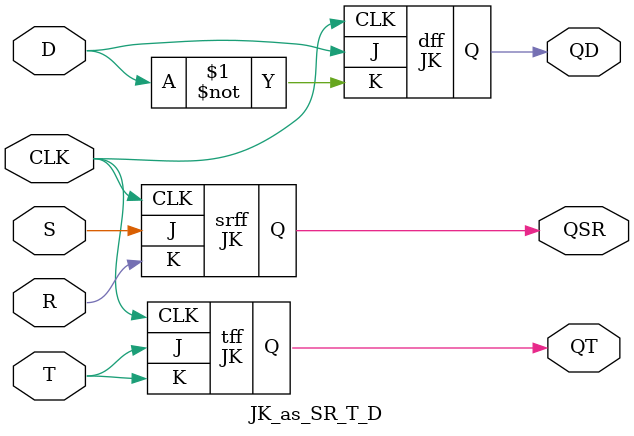
<source format=v>
`timescale 1ns / 1ps
module JK(Q,J,K,CLK);
input J,K,CLK;
output reg Q;
initial Q =1'b0;
always @ (posedge CLK)
case({J,K})
2'b00: Q=Q;
2'b01: Q=0;
2'b10: Q=1;
2'b11: Q=~Q;
endcase
endmodule

module JK_as_SR_T_D(QT,QSR,QD,T,S,R,D,CLK);
input T,S,R,D,CLK;
output QT,QSR,QD;
JK tff (.Q(QT),.J(T),.K(T),.CLK(CLK));  //T flip flop
JK srff (.Q(QSR),.J(S),.K(R),.CLK(CLK));    // SR flip flop
JK dff (.Q(QD),.J(D),.K(~D),.CLK(CLK));     //  D flip flop
endmodule

</source>
